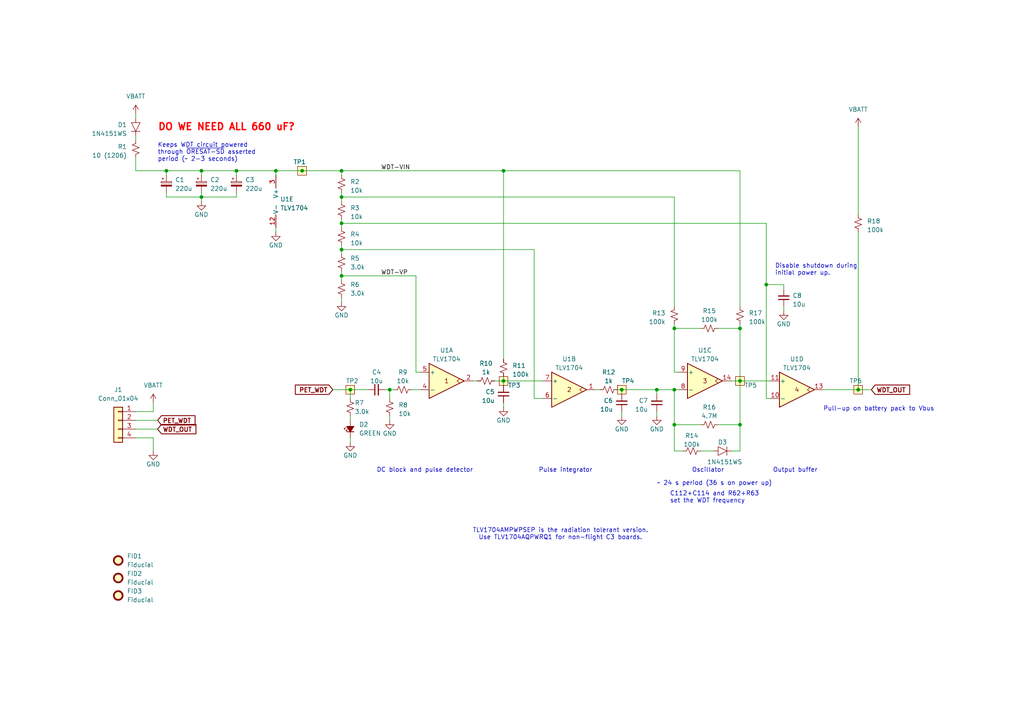
<source format=kicad_sch>
(kicad_sch (version 20231120) (generator "eeschema") (generator_version "8.0")
  (paper "A4")
  (lib_symbols
    (symbol "Connector_Generic:Conn_01x04" (pin_names (offset 1.016) hide)
      (property "Reference" "J" (at 0 5.08 0))
      (property "Value" "Conn_01x04" (at 0 -7.62 0))
      (symbol "Conn_01x04_1_1"
        (rectangle (start -1.27 -4.953) (end 0 -5.207) (stroke (width 0.1524)))
        (rectangle (start -1.27 -2.413) (end 0 -2.667) (stroke (width 0.1524)))
        (rectangle (start -1.27 0.127) (end 0 -0.127) (stroke (width 0.1524)))
        (rectangle (start -1.27 2.667) (end 0 2.413) (stroke (width 0.1524)))
        (rectangle (start -1.27 3.81) (end 1.27 -6.35) (stroke (width 0.254)) (fill (type background)))
        (pin passive line (at -5.08 2.54 0) (length 3.81) (name "Pin_1") (number "1"))
        (pin passive line (at -5.08 0 0) (length 3.81) (name "Pin_2") (number "2"))
        (pin passive line (at -5.08 -2.54 0) (length 3.81) (name "Pin_3") (number "3"))
        (pin passive line (at -5.08 -5.08 0) (length 3.81) (name "Pin_4") (number "4"))
      )
    )
    (symbol "Device:C_Polarized_Small" (pin_numbers hide) (pin_names (offset 0.254) hide)
      (property "Reference" "C" (at 0.254 1.778 0))
      (property "Value" "C_Polarized_Small" (at 0.254 -2.032 0))
      (symbol "C_Polarized_Small_0_1"
        (rectangle (start -1.524 -0.3048) (end 1.524 -0.6858) (fill (type outline)))
        (rectangle (start -1.524 0.6858) (end 1.524 0.3048))
        (polyline (pts (xy -1.27 1.524) (xy -0.762 1.524)))
        (polyline (pts (xy -1.016 1.27) (xy -1.016 1.778)))
      )
      (symbol "C_Polarized_Small_1_1"
        (pin passive line (at 0 2.54 270) (length 1.8542) (name "~") (number "1"))
        (pin passive line (at 0 -2.54 90) (length 1.8542) (name "~") (number "2"))
      )
    )
    (symbol "Device:C_Small" (pin_numbers hide) (pin_names (offset 0.254) hide)
      (property "Reference" "C" (at 0.254 1.778 0))
      (property "Value" "C_Small" (at 0.254 -2.032 0))
      (symbol "C_Small_0_1"
        (polyline (pts (xy -1.524 -0.508) (xy 1.524 -0.508)) (stroke (width 0.3302)))
        (polyline (pts (xy -1.524 0.508) (xy 1.524 0.508)) (stroke (width 0.3048)))
      )
      (symbol "C_Small_1_1"
        (pin passive line (at 0 2.54 270) (length 2.032) (name "~") (number "1"))
        (pin passive line (at 0 -2.54 90) (length 2.032) (name "~") (number "2"))
      )
    )
    (symbol "Device:LED_Small_Filled" (pin_numbers hide) (pin_names (offset 0.254) hide)
      (property "Reference" "D" (at -1.27 3.175 0))
      (property "Value" "LED_Small_Filled" (at -4.445 -2.54 0))
      (symbol "LED_Small_Filled_0_1"
        (polyline (pts (xy -0.762 -1.016) (xy -0.762 1.016)) (stroke (width 0.254)))
        (polyline (pts (xy 1.016 0) (xy -0.762 0)))
        (polyline (pts (xy 0.762 -1.016) (xy -0.762 0) (xy 0.762 1.016) (xy 0.762 -1.016)) (stroke (width 0.254)) (fill (type outline)))
        (polyline (pts (xy 0 0.762) (xy -0.508 1.27) (xy -0.254 1.27) (xy -0.508 1.27) (xy -0.508 1.016)))
        (polyline (pts (xy 0.508 1.27) (xy 0 1.778) (xy 0.254 1.778) (xy 0 1.778) (xy 0 1.524)))
      )
      (symbol "LED_Small_Filled_1_1"
        (pin passive line (at -2.54 0 0) (length 1.778) (name "K") (number "1"))
        (pin passive line (at 2.54 0 180) (length 1.778) (name "A") (number "2"))
      )
    )
    (symbol "Device:R_Small_US" (pin_numbers hide) (pin_names (offset 0.254) hide)
      (property "Reference" "R" (at 0.762 0.508 0))
      (property "Value" "R_Small_US" (at 0.762 -1.016 0))
      (symbol "R_Small_US_1_1"
        (polyline (pts (xy 0 0) (xy 1.016 -0.381) (xy 0 -0.762) (xy -1.016 -1.143) (xy 0 -1.524)))
        (polyline (pts (xy 0 1.524) (xy 1.016 1.143) (xy 0 0.762) (xy -1.016 0.381) (xy 0 0)))
        (pin passive line (at 0 2.54 270) (length 1.016) (name "~") (number "1"))
        (pin passive line (at 0 -2.54 90) (length 1.016) (name "~") (number "2"))
      )
    )
    (symbol "Mechanical:Fiducial" (exclude_from_sim yes) (in_bom no)
      (property "Reference" "FID" (at 0 5.08 0))
      (property "Value" "Fiducial" (at 0 3.175 0))
      (symbol "Fiducial_0_1"
        (circle (center 0 0) (radius 1.27) (stroke (width 0.508)) (fill (type background)))
      )
    )
    (symbol "TLV1704AIPWR_1" (pin_names (offset 0.127))
      (property "Reference" "U" (at 0 5.08 0))
      (property "Value" "TLV1704AIPWR" (at 0 -5.08 0))
      (symbol "TLV1704AIPWR_1_1_1"
        (polyline (pts (xy 3.048 0) (xy 3.81 -0.635)))
        (polyline (pts (xy 3.81 0.635) (xy 3.048 0)))
        (polyline (pts (xy -5.08 5.08) (xy 5.08 0) (xy -5.08 -5.08) (xy -5.08 5.08)) (stroke (width 0.254)) (fill (type background)))
        (text "1" (at 0 0 0) (effects (font (size 1.27 1.27))))
        (pin open_collector line (at 7.62 0 180) (length 2.54) (name "~") (number "2"))
        (pin input line (at -7.62 -2.54 0) (length 2.54) (name "-") (number "4"))
        (pin input line (at -7.62 2.54 0) (length 2.54) (name "+") (number "5"))
      )
      (symbol "TLV1704AIPWR_1_2_1"
        (polyline (pts (xy 3.048 0) (xy 3.81 -0.635)))
        (polyline (pts (xy 3.81 0.635) (xy 3.048 0)))
        (polyline (pts (xy -5.08 5.08) (xy 5.08 0) (xy -5.08 -5.08) (xy -5.08 5.08)) (stroke (width 0.254)) (fill (type background)))
        (text "2" (at 0 0 0) (effects (font (size 1.27 1.27))))
        (pin open_collector line (at 7.62 0 180) (length 2.54) (name "~") (number "1"))
        (pin input line (at -7.62 -2.54 0) (length 2.54) (name "-") (number "6"))
        (pin input line (at -7.62 2.54 0) (length 2.54) (name "+") (number "7"))
      )
      (symbol "TLV1704AIPWR_1_3_1"
        (polyline (pts (xy 3.048 0) (xy 3.81 -0.635)))
        (polyline (pts (xy 3.81 0.635) (xy 3.048 0)))
        (polyline (pts (xy -5.08 5.08) (xy 5.08 0) (xy -5.08 -5.08) (xy -5.08 5.08)) (stroke (width 0.254)) (fill (type background)))
        (text "3" (at 0 0 0) (effects (font (size 1.27 1.27))))
        (pin open_collector line (at 7.62 0 180) (length 2.54) (name "~") (number "14"))
        (pin input line (at -7.62 -2.54 0) (length 2.54) (name "-") (number "8"))
        (pin input line (at -7.62 2.54 0) (length 2.54) (name "+") (number "9"))
      )
      (symbol "TLV1704AIPWR_1_4_1"
        (polyline (pts (xy 3.048 0) (xy 3.81 -0.635)))
        (polyline (pts (xy 3.81 0.635) (xy 3.048 0)))
        (polyline (pts (xy -5.08 5.08) (xy 5.08 0) (xy -5.08 -5.08) (xy -5.08 5.08)) (stroke (width 0.254)) (fill (type background)))
        (text "4" (at 0 0 0) (effects (font (size 1.27 1.27))))
        (pin input line (at -7.62 -2.54 0) (length 2.54) (name "-") (number "10"))
        (pin input line (at -7.62 2.54 0) (length 2.54) (name "+") (number "11"))
        (pin open_collector line (at 7.62 0 180) (length 2.54) (name "~") (number "13"))
      )
      (symbol "TLV1704AIPWR_1_5_1"
        (pin power_in line (at -2.54 -7.62 90) (length 3.81) (name "V-") (number "12"))
        (pin power_in line (at -2.54 7.62 270) (length 3.81) (name "V+") (number "3"))
      )
    )
    (symbol "TLV1704AIPWR_2" (pin_names (offset 0.127))
      (property "Reference" "U" (at 0 5.08 0))
      (property "Value" "TLV1704AIPWR" (at 0 -5.08 0))
      (symbol "TLV1704AIPWR_2_1_1"
        (polyline (pts (xy 3.048 0) (xy 3.81 -0.635)))
        (polyline (pts (xy 3.81 0.635) (xy 3.048 0)))
        (polyline (pts (xy -5.08 5.08) (xy 5.08 0) (xy -5.08 -5.08) (xy -5.08 5.08)) (stroke (width 0.254)) (fill (type background)))
        (text "1" (at 0 0 0) (effects (font (size 1.27 1.27))))
        (pin open_collector line (at 7.62 0 180) (length 2.54) (name "~") (number "2"))
        (pin input line (at -7.62 -2.54 0) (length 2.54) (name "-") (number "4"))
        (pin input line (at -7.62 2.54 0) (length 2.54) (name "+") (number "5"))
      )
      (symbol "TLV1704AIPWR_2_2_1"
        (polyline (pts (xy 3.048 0) (xy 3.81 -0.635)))
        (polyline (pts (xy 3.81 0.635) (xy 3.048 0)))
        (polyline (pts (xy -5.08 5.08) (xy 5.08 0) (xy -5.08 -5.08) (xy -5.08 5.08)) (stroke (width 0.254)) (fill (type background)))
        (text "2" (at 0 0 0) (effects (font (size 1.27 1.27))))
        (pin open_collector line (at 7.62 0 180) (length 2.54) (name "~") (number "1"))
        (pin input line (at -7.62 -2.54 0) (length 2.54) (name "-") (number "6"))
        (pin input line (at -7.62 2.54 0) (length 2.54) (name "+") (number "7"))
      )
      (symbol "TLV1704AIPWR_2_3_1"
        (polyline (pts (xy 3.048 0) (xy 3.81 -0.635)))
        (polyline (pts (xy 3.81 0.635) (xy 3.048 0)))
        (polyline (pts (xy -5.08 5.08) (xy 5.08 0) (xy -5.08 -5.08) (xy -5.08 5.08)) (stroke (width 0.254)) (fill (type background)))
        (text "3" (at 0 0 0) (effects (font (size 1.27 1.27))))
        (pin open_collector line (at 7.62 0 180) (length 2.54) (name "~") (number "14"))
        (pin input line (at -7.62 -2.54 0) (length 2.54) (name "-") (number "8"))
        (pin input line (at -7.62 2.54 0) (length 2.54) (name "+") (number "9"))
      )
      (symbol "TLV1704AIPWR_2_4_1"
        (polyline (pts (xy 3.048 0) (xy 3.81 -0.635)))
        (polyline (pts (xy 3.81 0.635) (xy 3.048 0)))
        (polyline (pts (xy -5.08 5.08) (xy 5.08 0) (xy -5.08 -5.08) (xy -5.08 5.08)) (stroke (width 0.254)) (fill (type background)))
        (text "4" (at 0 0 0) (effects (font (size 1.27 1.27))))
        (pin input line (at -7.62 -2.54 0) (length 2.54) (name "-") (number "10"))
        (pin input line (at -7.62 2.54 0) (length 2.54) (name "+") (number "11"))
        (pin open_collector line (at 7.62 0 180) (length 2.54) (name "~") (number "13"))
      )
      (symbol "TLV1704AIPWR_2_5_1"
        (pin power_in line (at -2.54 -7.62 90) (length 3.81) (name "V-") (number "12"))
        (pin power_in line (at -2.54 7.62 270) (length 3.81) (name "V+") (number "3"))
      )
    )
    (symbol "TLV1704AIPWR_3" (pin_names (offset 0.127))
      (property "Reference" "U" (at 0 5.08 0))
      (property "Value" "TLV1704AIPWR" (at 0 -5.08 0))
      (symbol "TLV1704AIPWR_3_1_1"
        (polyline (pts (xy 3.048 0) (xy 3.81 -0.635)))
        (polyline (pts (xy 3.81 0.635) (xy 3.048 0)))
        (polyline (pts (xy -5.08 5.08) (xy 5.08 0) (xy -5.08 -5.08) (xy -5.08 5.08)) (stroke (width 0.254)) (fill (type background)))
        (text "1" (at 0 0 0) (effects (font (size 1.27 1.27))))
        (pin open_collector line (at 7.62 0 180) (length 2.54) (name "~") (number "2"))
        (pin input line (at -7.62 -2.54 0) (length 2.54) (name "-") (number "4"))
        (pin input line (at -7.62 2.54 0) (length 2.54) (name "+") (number "5"))
      )
      (symbol "TLV1704AIPWR_3_2_1"
        (polyline (pts (xy 3.048 0) (xy 3.81 -0.635)))
        (polyline (pts (xy 3.81 0.635) (xy 3.048 0)))
        (polyline (pts (xy -5.08 5.08) (xy 5.08 0) (xy -5.08 -5.08) (xy -5.08 5.08)) (stroke (width 0.254)) (fill (type background)))
        (text "2" (at 0 0 0) (effects (font (size 1.27 1.27))))
        (pin open_collector line (at 7.62 0 180) (length 2.54) (name "~") (number "1"))
        (pin input line (at -7.62 -2.54 0) (length 2.54) (name "-") (number "6"))
        (pin input line (at -7.62 2.54 0) (length 2.54) (name "+") (number "7"))
      )
      (symbol "TLV1704AIPWR_3_3_1"
        (polyline (pts (xy 3.048 0) (xy 3.81 -0.635)))
        (polyline (pts (xy 3.81 0.635) (xy 3.048 0)))
        (polyline (pts (xy -5.08 5.08) (xy 5.08 0) (xy -5.08 -5.08) (xy -5.08 5.08)) (stroke (width 0.254)) (fill (type background)))
        (text "3" (at 0 0 0) (effects (font (size 1.27 1.27))))
        (pin open_collector line (at 7.62 0 180) (length 2.54) (name "~") (number "14"))
        (pin input line (at -7.62 -2.54 0) (length 2.54) (name "-") (number "8"))
        (pin input line (at -7.62 2.54 0) (length 2.54) (name "+") (number "9"))
      )
      (symbol "TLV1704AIPWR_3_4_1"
        (polyline (pts (xy 3.048 0) (xy 3.81 -0.635)))
        (polyline (pts (xy 3.81 0.635) (xy 3.048 0)))
        (polyline (pts (xy -5.08 5.08) (xy 5.08 0) (xy -5.08 -5.08) (xy -5.08 5.08)) (stroke (width 0.254)) (fill (type background)))
        (text "4" (at 0 0 0) (effects (font (size 1.27 1.27))))
        (pin input line (at -7.62 -2.54 0) (length 2.54) (name "-") (number "10"))
        (pin input line (at -7.62 2.54 0) (length 2.54) (name "+") (number "11"))
        (pin open_collector line (at 7.62 0 180) (length 2.54) (name "~") (number "13"))
      )
      (symbol "TLV1704AIPWR_3_5_1"
        (pin power_in line (at -2.54 -7.62 90) (length 3.81) (name "V-") (number "12"))
        (pin power_in line (at -2.54 7.62 270) (length 3.81) (name "V+") (number "3"))
      )
    )
    (symbol "TLV1704AIPWR_4" (pin_names (offset 0.127))
      (property "Reference" "U" (at 0 5.08 0))
      (property "Value" "TLV1704AIPWR" (at 0 -5.08 0))
      (symbol "TLV1704AIPWR_4_1_1"
        (polyline (pts (xy 3.048 0) (xy 3.81 -0.635)))
        (polyline (pts (xy 3.81 0.635) (xy 3.048 0)))
        (polyline (pts (xy -5.08 5.08) (xy 5.08 0) (xy -5.08 -5.08) (xy -5.08 5.08)) (stroke (width 0.254)) (fill (type background)))
        (text "1" (at 0 0 0) (effects (font (size 1.27 1.27))))
        (pin open_collector line (at 7.62 0 180) (length 2.54) (name "~") (number "2"))
        (pin input line (at -7.62 -2.54 0) (length 2.54) (name "-") (number "4"))
        (pin input line (at -7.62 2.54 0) (length 2.54) (name "+") (number "5"))
      )
      (symbol "TLV1704AIPWR_4_2_1"
        (polyline (pts (xy 3.048 0) (xy 3.81 -0.635)))
        (polyline (pts (xy 3.81 0.635) (xy 3.048 0)))
        (polyline (pts (xy -5.08 5.08) (xy 5.08 0) (xy -5.08 -5.08) (xy -5.08 5.08)) (stroke (width 0.254)) (fill (type background)))
        (text "2" (at 0 0 0) (effects (font (size 1.27 1.27))))
        (pin open_collector line (at 7.62 0 180) (length 2.54) (name "~") (number "1"))
        (pin input line (at -7.62 -2.54 0) (length 2.54) (name "-") (number "6"))
        (pin input line (at -7.62 2.54 0) (length 2.54) (name "+") (number "7"))
      )
      (symbol "TLV1704AIPWR_4_3_1"
        (polyline (pts (xy 3.048 0) (xy 3.81 -0.635)))
        (polyline (pts (xy 3.81 0.635) (xy 3.048 0)))
        (polyline (pts (xy -5.08 5.08) (xy 5.08 0) (xy -5.08 -5.08) (xy -5.08 5.08)) (stroke (width 0.254)) (fill (type background)))
        (text "3" (at 0 0 0) (effects (font (size 1.27 1.27))))
        (pin open_collector line (at 7.62 0 180) (length 2.54) (name "~") (number "14"))
        (pin input line (at -7.62 -2.54 0) (length 2.54) (name "-") (number "8"))
        (pin input line (at -7.62 2.54 0) (length 2.54) (name "+") (number "9"))
      )
      (symbol "TLV1704AIPWR_4_4_1"
        (polyline (pts (xy 3.048 0) (xy 3.81 -0.635)))
        (polyline (pts (xy 3.81 0.635) (xy 3.048 0)))
        (polyline (pts (xy -5.08 5.08) (xy 5.08 0) (xy -5.08 -5.08) (xy -5.08 5.08)) (stroke (width 0.254)) (fill (type background)))
        (text "4" (at 0 0 0) (effects (font (size 1.27 1.27))))
        (pin input line (at -7.62 -2.54 0) (length 2.54) (name "-") (number "10"))
        (pin input line (at -7.62 2.54 0) (length 2.54) (name "+") (number "11"))
        (pin open_collector line (at 7.62 0 180) (length 2.54) (name "~") (number "13"))
      )
      (symbol "TLV1704AIPWR_4_5_1"
        (pin power_in line (at -2.54 -7.62 90) (length 3.81) (name "V-") (number "12"))
        (pin power_in line (at -2.54 7.62 270) (length 3.81) (name "V+") (number "3"))
      )
    )
    (symbol "oresat-diodes:1N4151WS-HE3" (pin_numbers hide) (pin_names (offset 0) hide)
      (property "Reference" "D" (at 0 2.54 0))
      (property "Value" "1N4151WS" (at 0 -2.54 0))
      (symbol "1N4151WS-HE3_0_1"
        (polyline (pts (xy 1.27 0) (xy 1.27 1.27) (xy 1.27 -1.27) (xy 1.27 0) (xy -1.27 1.27) (xy -1.27 -1.27) (xy 1.27 0)))
      )
      (symbol "1N4151WS-HE3_1_1"
        (pin passive line (at 2.54 0 180) (length 1.27) (name "1") (number "1"))
        (pin passive line (at -2.54 0 0) (length 1.27) (name "2") (number "2"))
      )
    )
    (symbol "oresat-ics:TLV1704AIPWR" (pin_names (offset 0.127))
      (property "Reference" "U" (at 0 5.08 0))
      (property "Value" "TLV1704AIPWR" (at 0 -5.08 0))
      (symbol "TLV1704AIPWR_1_1"
        (polyline (pts (xy 3.048 0) (xy 3.81 -0.635)))
        (polyline (pts (xy 3.81 0.635) (xy 3.048 0)))
        (polyline (pts (xy -5.08 5.08) (xy 5.08 0) (xy -5.08 -5.08) (xy -5.08 5.08)) (stroke (width 0.254)) (fill (type background)))
        (text "1" (at 0 0 0) (effects (font (size 1.27 1.27))))
        (pin open_collector line (at 7.62 0 180) (length 2.54) (name "~") (number "2"))
        (pin input line (at -7.62 -2.54 0) (length 2.54) (name "-") (number "4"))
        (pin input line (at -7.62 2.54 0) (length 2.54) (name "+") (number "5"))
      )
      (symbol "TLV1704AIPWR_2_1"
        (polyline (pts (xy 3.048 0) (xy 3.81 -0.635)))
        (polyline (pts (xy 3.81 0.635) (xy 3.048 0)))
        (polyline (pts (xy -5.08 5.08) (xy 5.08 0) (xy -5.08 -5.08) (xy -5.08 5.08)) (stroke (width 0.254)) (fill (type background)))
        (text "2" (at 0 0 0) (effects (font (size 1.27 1.27))))
        (pin open_collector line (at 7.62 0 180) (length 2.54) (name "~") (number "1"))
        (pin input line (at -7.62 -2.54 0) (length 2.54) (name "-") (number "6"))
        (pin input line (at -7.62 2.54 0) (length 2.54) (name "+") (number "7"))
      )
      (symbol "TLV1704AIPWR_3_1"
        (polyline (pts (xy 3.048 0) (xy 3.81 -0.635)))
        (polyline (pts (xy 3.81 0.635) (xy 3.048 0)))
        (polyline (pts (xy -5.08 5.08) (xy 5.08 0) (xy -5.08 -5.08) (xy -5.08 5.08)) (stroke (width 0.254)) (fill (type background)))
        (text "3" (at 0 0 0) (effects (font (size 1.27 1.27))))
        (pin open_collector line (at 7.62 0 180) (length 2.54) (name "~") (number "14"))
        (pin input line (at -7.62 -2.54 0) (length 2.54) (name "-") (number "8"))
        (pin input line (at -7.62 2.54 0) (length 2.54) (name "+") (number "9"))
      )
      (symbol "TLV1704AIPWR_4_1"
        (polyline (pts (xy 3.048 0) (xy 3.81 -0.635)))
        (polyline (pts (xy 3.81 0.635) (xy 3.048 0)))
        (polyline (pts (xy -5.08 5.08) (xy 5.08 0) (xy -5.08 -5.08) (xy -5.08 5.08)) (stroke (width 0.254)) (fill (type background)))
        (text "4" (at 0 0 0) (effects (font (size 1.27 1.27))))
        (pin input line (at -7.62 -2.54 0) (length 2.54) (name "-") (number "10"))
        (pin input line (at -7.62 2.54 0) (length 2.54) (name "+") (number "11"))
        (pin open_collector line (at 7.62 0 180) (length 2.54) (name "~") (number "13"))
      )
      (symbol "TLV1704AIPWR_5_1"
        (pin power_in line (at -2.54 -7.62 90) (length 3.81) (name "V-") (number "12"))
        (pin power_in line (at -2.54 7.62 270) (length 3.81) (name "V+") (number "3"))
      )
    )
    (symbol "oresat-misc:Test-Point-0.75mm-th" (exclude_from_sim yes) (in_bom no)
      (property "Reference" "TP" (at 0 2.54 0))
      (symbol "Test-Point-0.75mm-th_1_0"
        (pin passive line (at 0 0 0) (length 0) (name "1") (number "1"))
      )
      (symbol "Test-Point-0.75mm-th_1_1"
        (rectangle (start -1.27 1.27) (end 1.27 -1.27) (fill (type background)))
      )
    )
    (symbol "power:GND" (power) (pin_numbers hide) (pin_names (offset 0) hide)
      (property "Value" "GND" (at 0 -3.81 0))
      (symbol "GND_0_1"
        (polyline (pts (xy 0 0) (xy 0 -1.27) (xy 1.27 -1.27) (xy 0 -2.54) (xy -1.27 -1.27) (xy 0 -1.27)))
      )
      (symbol "GND_1_1"
        (pin power_in line (at 0 0 270) (length 0) (name "~") (number "1"))
      )
    )
    (symbol "power:VBUS" (power) (pin_numbers hide) (pin_names (offset 0) hide)
      (property "Value" "VBUS" (at 0 3.556 0))
      (symbol "VBUS_0_1"
        (polyline (pts (xy -0.762 1.27) (xy 0 2.54)))
        (polyline (pts (xy 0 0) (xy 0 2.54)))
        (polyline (pts (xy 0 2.54) (xy 0.762 1.27)))
      )
      (symbol "VBUS_1_1"
        (pin power_in line (at 0 0 90) (length 0) (name "~") (number "1"))
      )
    )
  )
  (junction (at 248.92 113.03))
  (junction (at 99.06 80.01))
  (junction (at 195.58 95.25))
  (junction (at 58.42 49.53))
  (junction (at 101.6 113.03))
  (junction (at 99.06 64.77))
  (junction (at 146.05 49.53))
  (junction (at 146.05 110.49))
  (junction (at 48.26 49.53))
  (junction (at 195.58 123.19))
  (junction (at 214.63 110.49))
  (junction (at 68.58 49.53))
  (junction (at 190.5 113.03))
  (junction (at 99.06 72.39))
  (junction (at 180.34 113.03))
  (junction (at 58.42 57.15))
  (junction (at 80.01 49.53))
  (junction (at 195.58 113.03))
  (junction (at 222.25 82.55))
  (junction (at 113.03 113.03))
  (junction (at 99.06 49.53))
  (junction (at 214.63 95.25))
  (junction (at 214.63 123.19))
  (junction (at 99.06 57.15))
  (junction (at 87.63 49.53))
  (wire (pts (xy 248.92 67.31) (xy 248.92 113.03)))
  (wire (pts (xy 99.06 64.77) (xy 99.06 66.04)))
  (wire (pts (xy 248.92 36.83) (xy 248.92 62.23)))
  (wire (pts (xy 172.72 113.03) (xy 173.99 113.03)))
  (wire (pts (xy 180.34 113.03) (xy 190.5 113.03)))
  (wire (pts (xy 101.6 128.27) (xy 101.6 127)))
  (wire (pts (xy 39.37 45.72) (xy 39.37 49.53)))
  (wire (pts (xy 222.25 82.55) (xy 227.33 82.55)))
  (wire (pts (xy 68.58 55.88) (xy 68.58 57.15)))
  (wire (pts (xy 99.06 86.36) (xy 99.06 87.63)))
  (wire (pts (xy 99.06 63.5) (xy 99.06 64.77)))
  (wire (pts (xy 99.06 57.15) (xy 195.58 57.15)))
  (wire (pts (xy 180.34 113.03) (xy 180.34 114.3)))
  (wire (pts (xy 39.37 49.53) (xy 48.26 49.53)))
  (wire (pts (xy 113.03 113.03) (xy 114.3 113.03)))
  (wire (pts (xy 212.09 130.81) (xy 214.63 130.81)))
  (wire (pts (xy 146.05 110.49) (xy 146.05 109.22)))
  (wire (pts (xy 195.58 130.81) (xy 195.58 123.19)))
  (wire (pts (xy 87.63 49.53) (xy 99.06 49.53)))
  (wire (pts (xy 196.85 107.95) (xy 195.58 107.95)))
  (wire (pts (xy 58.42 57.15) (xy 68.58 57.15)))
  (wire (pts (xy 222.25 64.77) (xy 222.25 82.55)))
  (wire (pts (xy 180.34 120.65) (xy 180.34 119.38)))
  (wire (pts (xy 44.45 119.38) (xy 39.37 119.38)))
  (wire (pts (xy 101.6 115.57) (xy 101.6 113.03)))
  (wire (pts (xy 146.05 49.53) (xy 214.63 49.53)))
  (wire (pts (xy 214.63 93.98) (xy 214.63 95.25)))
  (wire (pts (xy 48.26 55.88) (xy 48.26 57.15)))
  (wire (pts (xy 45.72 124.46) (xy 39.37 124.46)))
  (wire (pts (xy 96.52 113.03) (xy 101.6 113.03)))
  (wire (pts (xy 146.05 110.49) (xy 157.48 110.49)))
  (wire (pts (xy 99.06 80.01) (xy 120.65 80.01)))
  (wire (pts (xy 195.58 130.81) (xy 198.12 130.81)))
  (wire (pts (xy 113.03 120.65) (xy 113.03 121.92)))
  (wire (pts (xy 44.45 127) (xy 39.37 127)))
  (wire (pts (xy 208.28 123.19) (xy 214.63 123.19)))
  (wire (pts (xy 39.37 39.37) (xy 39.37 40.64)))
  (wire (pts (xy 120.65 107.95) (xy 121.92 107.95)))
  (wire (pts (xy 146.05 49.53) (xy 146.05 104.14)))
  (wire (pts (xy 99.06 64.77) (xy 222.25 64.77)))
  (wire (pts (xy 68.58 50.8) (xy 68.58 49.53)))
  (wire (pts (xy 80.01 49.53) (xy 87.63 49.53)))
  (wire (pts (xy 146.05 118.11) (xy 146.05 116.84)))
  (wire (pts (xy 195.58 95.25) (xy 203.2 95.25)))
  (wire (pts (xy 179.07 113.03) (xy 180.34 113.03)))
  (wire (pts (xy 119.38 113.03) (xy 121.92 113.03)))
  (wire (pts (xy 99.06 55.88) (xy 99.06 57.15)))
  (wire (pts (xy 190.5 114.3) (xy 190.5 113.03)))
  (wire (pts (xy 154.94 115.57) (xy 157.48 115.57)))
  (wire (pts (xy 146.05 49.53) (xy 99.06 49.53)))
  (wire (pts (xy 58.42 57.15) (xy 58.42 58.42)))
  (wire (pts (xy 248.92 113.03) (xy 252.73 113.03)))
  (wire (pts (xy 111.76 113.03) (xy 113.03 113.03)))
  (wire (pts (xy 99.06 72.39) (xy 154.94 72.39)))
  (wire (pts (xy 80.01 67.31) (xy 80.01 66.04)))
  (wire (pts (xy 44.45 116.84) (xy 44.45 119.38)))
  (wire (pts (xy 214.63 123.19) (xy 214.63 110.49)))
  (wire (pts (xy 80.01 50.8) (xy 80.01 49.53)))
  (wire (pts (xy 39.37 33.02) (xy 39.37 34.29)))
  (wire (pts (xy 99.06 72.39) (xy 99.06 73.66)))
  (wire (pts (xy 203.2 123.19) (xy 195.58 123.19)))
  (wire (pts (xy 58.42 49.53) (xy 68.58 49.53)))
  (wire (pts (xy 101.6 120.65) (xy 101.6 121.92)))
  (wire (pts (xy 227.33 83.82) (xy 227.33 82.55)))
  (wire (pts (xy 120.65 80.01) (xy 120.65 107.95)))
  (wire (pts (xy 195.58 107.95) (xy 195.58 95.25)))
  (wire (pts (xy 99.06 50.8) (xy 99.06 49.53)))
  (wire (pts (xy 154.94 72.39) (xy 154.94 115.57)))
  (wire (pts (xy 214.63 95.25) (xy 214.63 110.49)))
  (wire (pts (xy 45.72 121.92) (xy 39.37 121.92)))
  (wire (pts (xy 99.06 57.15) (xy 99.06 58.42)))
  (wire (pts (xy 195.58 93.98) (xy 195.58 95.25)))
  (wire (pts (xy 146.05 110.49) (xy 146.05 111.76)))
  (wire (pts (xy 227.33 90.17) (xy 227.33 88.9)))
  (wire (pts (xy 190.5 120.65) (xy 190.5 119.38)))
  (wire (pts (xy 195.58 123.19) (xy 195.58 113.03)))
  (wire (pts (xy 222.25 82.55) (xy 222.25 115.57)))
  (wire (pts (xy 214.63 110.49) (xy 223.52 110.49)))
  (wire (pts (xy 238.76 113.03) (xy 248.92 113.03)))
  (wire (pts (xy 195.58 88.9) (xy 195.58 57.15)))
  (wire (pts (xy 48.26 49.53) (xy 48.26 50.8)))
  (wire (pts (xy 137.16 110.49) (xy 138.43 110.49)))
  (wire (pts (xy 143.51 110.49) (xy 146.05 110.49)))
  (wire (pts (xy 222.25 115.57) (xy 223.52 115.57)))
  (wire (pts (xy 99.06 78.74) (xy 99.06 80.01)))
  (wire (pts (xy 48.26 49.53) (xy 58.42 49.53)))
  (wire (pts (xy 208.28 95.25) (xy 214.63 95.25)))
  (wire (pts (xy 101.6 113.03) (xy 106.68 113.03)))
  (wire (pts (xy 212.09 110.49) (xy 214.63 110.49)))
  (wire (pts (xy 214.63 130.81) (xy 214.63 123.19)))
  (wire (pts (xy 190.5 113.03) (xy 195.58 113.03)))
  (wire (pts (xy 214.63 88.9) (xy 214.63 49.53)))
  (wire (pts (xy 58.42 49.53) (xy 58.42 50.8)))
  (wire (pts (xy 99.06 71.12) (xy 99.06 72.39)))
  (wire (pts (xy 99.06 80.01) (xy 99.06 81.28)))
  (wire (pts (xy 44.45 130.81) (xy 44.45 127)))
  (wire (pts (xy 68.58 49.53) (xy 80.01 49.53)))
  (wire (pts (xy 113.03 113.03) (xy 113.03 115.57)))
  (wire (pts (xy 203.2 130.81) (xy 207.01 130.81)))
  (wire (pts (xy 195.58 113.03) (xy 196.85 113.03)))
  (wire (pts (xy 58.42 55.88) (xy 58.42 57.15)))
  (wire (pts (xy 58.42 57.15) (xy 48.26 57.15)))
  (text "Pulse integrator" (at 156.21 137.16 0) (effects (font (size 1.27 1.27)) (justify left bottom)))
  (text "Output buffer" (at 224.155 137.16 0) (effects (font (size 1.27 1.27)) (justify left bottom)))
  (text "Oscillator" (at 200.66 137.16 0) (effects (font (size 1.27 1.27)) (justify left bottom)))
  (text "C112+C114 and R62+R63 \nset the WDT frequency" (at 194.31 146.05 0) (effects (font (size 1.27 1.27)) (justify left bottom)))
  (text "TLV1704AMPWPSEP is the radiation tolerant version.\nUse TLV1704AQPWRQ1 for non-flight C3 boards." (at 162.56 154.94 0) (effects (font (size 1.27 1.27))))
  (text "Pull-up on battery pack to Vbus" (at 238.76 119.38 0) (effects (font (size 1.27 1.27)) (justify left bottom)))
  (text "DO WE NEED ALL 660 uF?" (at 45.72 38.1 0) (effects (font (size 2 2) (thickness 0.4) (bold yes)) (justify left bottom)))
  (text "DC block and pulse detector" (at 109.22 137.16 0) (effects (font (size 1.27 1.27)) (justify left bottom)))
  (text "Disable shutdown during\ninitial power up." (at 224.79 80.01 0) (effects (font (size 1.27 1.27)) (justify left bottom)))
  (text "Keeps WDT circuit powered\nthrough ~{ORESAT-SD} asserted\nperiod (~ 2-3 seconds)" (at 45.72 46.99 0) (effects (font (size 1.27 1.27)) (justify left bottom)))
  (text "~ 24 s period (36 s on power up)" (at 190.5 140.97 0) (effects (font (size 1.27 1.27)) (justify left bottom)))
  (label "WDT-VP" (at 110.49 80.01 0))
  (label "WDT-VIN" (at 110.49 49.53 0))
  (global_label "PET_WDT" (shape input) (at 96.52 113.03 180) (effects (font (thickness 0.254) (bold yes))) (property "Intersheetrefs" "${INTERSHEET_REFS}" (effects (hide yes))))
  (global_label "PET_WDT" (shape input) (at 45.72 121.92 0) (effects (font (thickness 0.254) (bold yes))) (property "Intersheetrefs" "${INTERSHEET_REFS}" (effects (hide yes))))
  (global_label "WDT_OUT" (shape input) (at 45.72 124.46 0) (effects (font (thickness 0.254) (bold yes))) (property "Intersheetrefs" "${INTERSHEET_REFS}" (effects (hide yes))))
  (global_label "WDT_OUT" (shape input) (at 252.73 113.03 0) (effects (font (thickness 0.254) (bold yes))) (property "Intersheetrefs" "${INTERSHEET_REFS}" (effects (hide yes))))
  (symbol (lib_id "Device:C_Polarized_Small") (at 58.42 53.34 0) (unit 1)
    (property "Reference" "C2" (at 60.96 52.1589 0) (effects (justify left)))
    (property "Value" "220u" (at 60.96 54.6989 0) (effects (justify left)))
    (property "Footprint" "Capacitor_Tantalum_SMD:CP_EIA-7361-38_AVX-V" (effects (hide yes)))
    (property "Description" "220µF Molded Tantalum Capacitors 16V 2917 (7343 Metric) 100mOhm @ 100kHz" (effects (hide yes)))
    (property "DPN" "478-12518-2-ND" (effects (hide yes)))
    (property "DST" "Digi-Key" (effects (hide yes)))
    (property "MFR" "Kyocera AVX" (effects (hide yes)))
    (property "MPN" "TCN4227M025R0100" (effects (hide yes)))
  )
  (symbol (lib_id "oresat-diodes:1N4151WS-HE3") (at 209.55 130.81 0) (unit 1)
    (property "Reference" "D3" (at 209.55 128.27 0))
    (property "Value" "1N4151WS" (at 210.185 133.985 0))
    (property "Footprint" "Diode_SMD:D_SOD-323" (effects (hide yes)))
    (property "Datasheet" "https://www.vishay.com/docs/85847/1n4151ws.pdf" (effects (hide yes)))
    (property "Description" "Diode Standard 50V 150mA Surface Mount SOD-323" (effects (hide yes)))
    (property "DPN" "112-1N4151WS-E3-08CT-ND" (effects (hide yes)))
    (property "DST" "Digi-Key" (effects (hide yes)))
    (property "MFR" "Vishay" (effects (hide yes)))
    (property "MPN" "1N4151WS-E3-08" (effects (hide yes)))
  )
  (symbol (lib_id "Device:C_Small") (at 109.22 113.03 90) (unit 1)
    (property "Reference" "C4" (at 109.2263 107.95 90))
    (property "Value" "10u" (at 109.2263 110.49 90))
    (property "Footprint" "Capacitor_SMD:C_0603_1608Metric" (effects (hide yes)))
    (property "Description" "10 µF ±10% 16V Ceramic Capacitor X5R 0603 (1608 Metric)" (effects (hide yes)))
    (property "DPN" "490-12317-1-ND" (effects (hide yes)))
    (property "DST" "Digi-Key" (effects (hide yes)))
    (property "MFR" "Murata" (effects (hide yes)))
    (property "MPN" "GRT188R61C106KE13D" (effects (hide yes)))
  )
  (symbol (lib_id "Device:R_Small_US") (at 113.03 118.11 0) (unit 1)
    (property "Reference" "R8" (at 115.57 117.475 0) (effects (justify left)))
    (property "Value" "10k" (at 115.57 120.015 0) (effects (justify left)))
    (property "Footprint" "Resistor_SMD:R_0603_1608Metric" (effects (hide yes)))
    (property "Description" "10 kOhms ±1% 0.1W, 1/10W Chip Resistor 0603 (1608 Metric) Automotive AEC-Q200 Thick Film" (effects (hide yes)))
    (property "DPN" "RMCF0603FT10K0CT-ND" (effects (hide yes)))
    (property "DST" "Digi-Key" (effects (hide yes)))
    (property "MFR" "Stackpole Electronics Inc" (effects (hide yes)))
    (property "MPN" "RMCF0603FT10K0" (effects (hide yes)))
  )
  (symbol (lib_id "Device:R_Small_US") (at 205.74 95.25 90) (unit 1)
    (property "Reference" "R15" (at 205.74 90.17 90))
    (property "Value" "100k" (at 205.74 92.71 90))
    (property "Footprint" "Resistor_SMD:R_0603_1608Metric" (effects (hide yes)))
    (property "Description" "100 kOhms ±5% 0.1W, 1/10W Chip Resistor 0603 (1608 Metric) Automotive AEC-Q200 Thick Film" (effects (hide yes)))
    (property "DPN" "RMCF0603FT100KCT-ND" (effects (hide yes)))
    (property "DST" "Digi-Key" (effects (hide yes)))
    (property "MFR" "Stackpole Electronics Inc" (effects (hide yes)))
    (property "MPN" "RMCF0603FT100K" (effects (hide yes)))
  )
  (symbol (lib_id "power:GND") (at 190.5 120.65 0) (mirror y) (unit 1)
    (property "Reference" "#PWR09" (effects (hide yes)))
    (property "Value" "GND" (at 190.5 124.46 0))
    (property "Description" "Power symbol creates a global label with name \"GND\" , ground" (effects (hide yes)))
  )
  (symbol (lib_id "oresat-ics:TLV1704AIPWR") (at 82.55 58.42 0) (unit 5)
    (property "Reference" "U1" (at 81.28 57.785 0) (effects (justify left)))
    (property "Value" "TLV1704" (at 81.28 60.325 0) (effects (justify left)))
    (property "Footprint" "Package_SO:TSSOP-14_4.4x5mm_P0.65mm" (effects (hide yes)))
    (property "Datasheet" "https://www.ti.com/lit/ds/symlink/tlv1704-sep.pdf" (effects (hide yes)))
    (property "Description" "Analog Comparators 2.2-V to 36-V, radiation tolerant microPower quad comparator in space enhanced plastic 14-TSSOP -55 to 125" (effects (hide yes)))
    (property "MFR" "Texas Instruments" (effects (hide yes)))
    (property "MPN" "TLV1704AQPWRQ1" (effects (hide yes)))
    (property "DST" "Digi-Key" (effects (hide yes)))
    (property "DPN" "296-43799-2-ND" (effects (hide yes)))
  )
  (symbol (lib_id "oresat-diodes:1N4151WS-HE3") (at 39.37 36.83 90) (mirror x) (unit 1)
    (property "Reference" "D1" (at 36.83 36.195 90) (effects (justify left)))
    (property "Value" "1N4151WS" (at 36.83 38.735 90) (effects (justify left)))
    (property "Footprint" "Diode_SMD:D_SOD-323" (effects (hide yes)))
    (property "Datasheet" "https://www.vishay.com/docs/85847/1n4151ws.pdf" (effects (hide yes)))
    (property "Description" "Diode Standard 50V 150mA Surface Mount SOD-323" (effects (hide yes)))
    (property "DPN" "112-1N4151WS-E3-08CT-ND" (effects (hide yes)))
    (property "DST" "Digi-Key" (effects (hide yes)))
    (property "MFR" "Vishay" (effects (hide yes)))
    (property "MPN" "1N4151WS-E3-08" (effects (hide yes)))
  )
  (symbol (lib_id "Device:R_Small_US") (at 205.74 123.19 270) (unit 1)
    (property "Reference" "R16" (at 205.74 118.11 90))
    (property "Value" "4.7M" (at 205.74 120.65 90))
    (property "Footprint" "Resistor_SMD:R_0603_1608Metric" (effects (hide yes)))
    (property "Description" "4.7 MOhms ±1% 0.1W, 1/10W Chip Resistor 0603 (1608 Metric) Automotive AEC-Q200 Thick Film" (effects (hide yes)))
    (property "DPN" "RMCF0603FT4M70CT-ND" (effects (hide yes)))
    (property "DST" "Digi-Key" (effects (hide yes)))
    (property "MFR" "Stackpole Electronics Inc" (effects (hide yes)))
    (property "MPN" "RMCF0603FT4M70" (effects (hide yes)))
  )
  (symbol (lib_id "power:VBUS") (at 248.92 36.83 0) (unit 1)
    (property "Reference" "#PWR013" (effects (hide yes)))
    (property "Value" "VBATT" (at 248.92 31.75 0))
    (property "Description" "Power symbol creates a global label with name \"VBUS\"" (effects (hide yes)))
  )
  (symbol (lib_id "Mechanical:Fiducial") (at 34.29 162.56 0) (unit 1) (exclude_from_sim yes) (in_bom no)
    (property "Reference" "FID1" (at 36.83 161.2899 0) (effects (justify left)))
    (property "Value" "Fiducial" (at 36.83 163.8299 0) (effects (justify left)))
    (property "Footprint" "Fiducial:Fiducial_1mm_Mask2mm" (effects (hide yes)))
    (property "Description" "Fiducial Marker" (effects (hide yes)))
  )
  (symbol (lib_id "power:GND") (at 113.03 121.92 0) (unit 1)
    (property "Reference" "#PWR06" (effects (hide yes)))
    (property "Value" "GND" (at 113.03 125.73 0))
    (property "Description" "Power symbol creates a global label with name \"GND\" , ground" (effects (hide yes)))
  )
  (symbol (lib_id "Device:C_Small") (at 180.34 116.84 0) (mirror x) (unit 1)
    (property "Reference" "C6" (at 177.8 116.1986 0) (effects (justify right)))
    (property "Value" "10u" (at 177.8 118.7386 0) (effects (justify right)))
    (property "Footprint" "Capacitor_SMD:C_0603_1608Metric" (effects (hide yes)))
    (property "Description" "10 µF ±10% 16V Ceramic Capacitor X5R 0603 (1608 Metric)" (effects (hide yes)))
    (property "DPN" "490-12317-1-ND" (effects (hide yes)))
    (property "DST" "Digi-Key" (effects (hide yes)))
    (property "MFR" "Murata" (effects (hide yes)))
    (property "MPN" "GRT188R61C106KE13D" (effects (hide yes)))
  )
  (symbol (lib_id "power:VBUS") (at 44.45 116.84 0) (unit 1)
    (property "Reference" "#PWR011" (effects (hide yes)))
    (property "Value" "VBATT" (at 44.45 111.76 0))
    (property "Description" "Power symbol creates a global label with name \"VBUS\"" (effects (hide yes)))
  )
  (symbol (lib_id "Device:R_Small_US") (at 99.06 83.82 0) (unit 1)
    (property "Reference" "R6" (at 101.6 82.55 0) (effects (justify left)))
    (property "Value" "3.0k" (at 101.6 85.09 0) (effects (justify left)))
    (property "Footprint" "Resistor_SMD:R_0603_1608Metric" (effects (hide yes)))
    (property "Description" "3 kOhms ±1% 0.1W, 1/10W Chip Resistor 0603 (1608 Metric) Automotive AEC-Q200 Thick Film" (effects (hide yes)))
    (property "DPN" "RMCF0603FT3K00CT-ND" (effects (hide yes)))
    (property "DST" "Digi-Key" (effects (hide yes)))
    (property "MFR" "Stackpole Electronics Inc" (effects (hide yes)))
    (property "MPN" "RMCF0603FT3K00" (effects (hide yes)))
  )
  (symbol (lib_id "Device:R_Small_US") (at 99.06 76.2 0) (unit 1)
    (property "Reference" "R5" (at 101.6 74.93 0) (effects (justify left)))
    (property "Value" "3.0k" (at 101.6 77.47 0) (effects (justify left)))
    (property "Footprint" "Resistor_SMD:R_0603_1608Metric" (effects (hide yes)))
    (property "Description" "3 kOhms ±1% 0.1W, 1/10W Chip Resistor 0603 (1608 Metric) Automotive AEC-Q200 Thick Film" (effects (hide yes)))
    (property "DPN" "RMCF0603FT3K00CT-ND" (effects (hide yes)))
    (property "DST" "Digi-Key" (effects (hide yes)))
    (property "MFR" "Stackpole Electronics Inc" (effects (hide yes)))
    (property "MPN" "RMCF0603FT3K00" (effects (hide yes)))
  )
  (symbol (lib_id "Device:C_Polarized_Small") (at 68.58 53.34 0) (unit 1)
    (property "Reference" "C3" (at 71.12 52.1589 0) (effects (justify left)))
    (property "Value" "220u" (at 71.12 54.6989 0) (effects (justify left)))
    (property "Footprint" "Capacitor_Tantalum_SMD:CP_EIA-7361-38_AVX-V" (effects (hide yes)))
    (property "Description" "220µF Molded Tantalum Capacitors 16V 2917 (7343 Metric) 100mOhm @ 100kHz" (effects (hide yes)))
    (property "DPN" "478-12518-2-ND" (effects (hide yes)))
    (property "DST" "Digi-Key" (effects (hide yes)))
    (property "MFR" "Kyocera AVX" (effects (hide yes)))
    (property "MPN" "TCN4227M025R0100" (effects (hide yes)))
  )
  (symbol (lib_id "power:GND") (at 101.6 128.27 0) (unit 1)
    (property "Reference" "#PWR05" (effects (hide yes)))
    (property "Value" "GND" (at 101.6 132.08 0))
    (property "Description" "Power symbol creates a global label with name \"GND\" , ground" (effects (hide yes)))
  )
  (symbol (lib_id "oresat-misc:Test-Point-0.75mm-th") (at 180.34 113.03 0) (unit 1) (exclude_from_sim yes) (in_bom no)
    (property "Reference" "TP4" (at 180.34 110.49 0) (effects (justify left)))
    (property "Value" "TestPoint-MinTH" (effects (hide yes)))
    (property "Footprint" "oresat-misc:TestPoint-0.75mm-th" (effects (hide yes)))
    (property "Description" "0.75 mm TH test point; good for scope probes and jumpers" (effects (hide yes)))
  )
  (symbol (lib_id "Connector_Generic:Conn_01x04") (at 34.29 121.92 0) (mirror y) (unit 1)
    (property "Reference" "J1" (at 34.29 113.03 0))
    (property "Value" "Conn_01x04" (at 34.29 115.57 0))
    (property "Footprint" "Connector_PinHeader_2.54mm:PinHeader_1x04_P2.54mm_Vertical" (effects (hide yes)))
    (property "Description" "Generic connector, single row, 01x04, script generated (kicad-library-utils/schlib/autogen/connector/)" (effects (hide yes)))
  )
  (symbol (lib_id "Device:R_Small_US") (at 99.06 60.96 0) (unit 1)
    (property "Reference" "R3" (at 101.6 60.325 0) (effects (justify left)))
    (property "Value" "10k" (at 101.6 62.865 0) (effects (justify left)))
    (property "Footprint" "Resistor_SMD:R_0603_1608Metric" (effects (hide yes)))
    (property "Description" "10 kOhms ±1% 0.1W, 1/10W Chip Resistor 0603 (1608 Metric) Automotive AEC-Q200 Thick Film" (effects (hide yes)))
    (property "DPN" "RMCF0603FT10K0CT-ND" (effects (hide yes)))
    (property "DST" "Digi-Key" (effects (hide yes)))
    (property "MFR" "Stackpole Electronics Inc" (effects (hide yes)))
    (property "MPN" "RMCF0603FT10K0" (effects (hide yes)))
  )
  (symbol (lib_id "power:GND") (at 146.05 118.11 0) (unit 1)
    (property "Reference" "#PWR07" (effects (hide yes)))
    (property "Value" "GND" (at 146.05 121.92 0))
    (property "Description" "Power symbol creates a global label with name \"GND\" , ground" (effects (hide yes)))
  )
  (symbol (lib_id "power:GND") (at 44.45 130.81 0) (unit 1)
    (property "Reference" "#PWR012" (effects (hide yes)))
    (property "Value" "GND" (at 44.45 134.62 0))
    (property "Description" "Power symbol creates a global label with name \"GND\" , ground" (effects (hide yes)))
  )
  (symbol (lib_id "power:VBUS") (at 39.37 33.02 0) (unit 1)
    (property "Reference" "#PWR01" (effects (hide yes)))
    (property "Value" "VBATT" (at 39.37 27.94 0))
    (property "Description" "Power symbol creates a global label with name \"VBUS\"" (effects (hide yes)))
  )
  (symbol (lib_id "Device:R_Small_US") (at 195.58 91.44 0) (mirror x) (unit 1)
    (property "Reference" "R13" (at 193.04 90.805 0) (effects (justify right)))
    (property "Value" "100k" (at 193.04 93.345 0) (effects (justify right)))
    (property "Footprint" "Resistor_SMD:R_0603_1608Metric" (effects (hide yes)))
    (property "Description" "100 kOhms ±5% 0.1W, 1/10W Chip Resistor 0603 (1608 Metric) Automotive AEC-Q200 Thick Film" (effects (hide yes)))
    (property "DPN" "RMCF0603FT100KCT-ND" (effects (hide yes)))
    (property "DST" "Digi-Key" (effects (hide yes)))
    (property "MFR" "Stackpole Electronics Inc" (effects (hide yes)))
    (property "MPN" "RMCF0603FT100K" (effects (hide yes)))
  )
  (symbol (lib_id "Device:C_Small") (at 190.5 116.84 0) (mirror x) (unit 1)
    (property "Reference" "C7" (at 187.96 116.1986 0) (effects (justify right)))
    (property "Value" "10u" (at 187.96 118.7386 0) (effects (justify right)))
    (property "Footprint" "Capacitor_SMD:C_0603_1608Metric" (effects (hide yes)))
    (property "Description" "10 µF ±10% 16V Ceramic Capacitor X5R 0603 (1608 Metric)" (effects (hide yes)))
    (property "DPN" "490-12317-1-ND" (effects (hide yes)))
    (property "DST" "Digi-Key" (effects (hide yes)))
    (property "MFR" "Murata" (effects (hide yes)))
    (property "MPN" "GRT188R61C106KE13D" (effects (hide yes)))
  )
  (symbol (lib_id "Device:R_Small_US") (at 176.53 113.03 90) (unit 1)
    (property "Reference" "R12" (at 176.53 107.95 90))
    (property "Value" "1k" (at 176.53 110.49 90))
    (property "Footprint" "Resistor_SMD:R_0603_1608Metric" (effects (hide yes)))
    (property "Description" "1 kOhms ±1% 0.1W, 1/10W Chip Resistor 0603 (1608 Metric) Automotive AEC-Q200 Thick Film" (effects (hide yes)))
    (property "DPN" "RMCF0603FT1K00CT-ND" (effects (hide yes)))
    (property "DST" "Digi-Key" (effects (hide yes)))
    (property "MFR" "Stackpole Electronics Inc" (effects (hide yes)))
    (property "MPN" "RMCF0603FT1K00" (effects (hide yes)))
  )
  (symbol (lib_id "Mechanical:Fiducial") (at 34.29 167.64 0) (unit 1) (exclude_from_sim yes) (in_bom no)
    (property "Reference" "FID2" (at 36.83 166.3699 0) (effects (justify left)))
    (property "Value" "Fiducial" (at 36.83 168.9099 0) (effects (justify left)))
    (property "Footprint" "Fiducial:Fiducial_1mm_Mask2mm" (effects (hide yes)))
    (property "Description" "Fiducial Marker" (effects (hide yes)))
  )
  (symbol (lib_name "TLV1704AIPWR_3") (lib_id "oresat-ics:TLV1704AIPWR") (at 231.14 113.03 0) (unit 4)
    (property "Reference" "U1" (at 231.14 104.14 0))
    (property "Value" "TLV1704" (at 231.14 106.68 0))
    (property "Footprint" "Package_SO:TSSOP-14_4.4x5mm_P0.65mm" (effects (hide yes)))
    (property "Datasheet" "https://www.ti.com/lit/ds/symlink/tlv1704-sep.pdf" (effects (hide yes)))
    (property "Description" "Analog Comparators 2.2-V to 36-V, radiation tolerant microPower quad comparator in space enhanced plastic 14-TSSOP -55 to 125" (effects (hide yes)))
    (property "MFR" "Texas Instruments" (effects (hide yes)))
    (property "MPN" "TLV1704AQPWRQ1" (effects (hide yes)))
    (property "DST" "Digi-Key" (effects (hide yes)))
    (property "DPN" "296-43799-2-ND" (effects (hide yes)))
  )
  (symbol (lib_id "oresat-misc:Test-Point-0.75mm-th") (at 214.63 110.49 0) (unit 1) (exclude_from_sim yes) (in_bom no)
    (property "Reference" "TP5" (at 215.9 111.76 0) (effects (justify left)))
    (property "Value" "TestPoint-MinTH" (effects (hide yes)))
    (property "Footprint" "oresat-misc:TestPoint-0.75mm-th" (effects (hide yes)))
    (property "Description" "0.75 mm TH test point; good for scope probes and jumpers" (effects (hide yes)))
  )
  (symbol (lib_id "power:GND") (at 99.06 87.63 0) (unit 1)
    (property "Reference" "#PWR04" (effects (hide yes)))
    (property "Value" "GND" (at 99.06 91.44 0))
    (property "Description" "Power symbol creates a global label with name \"GND\" , ground" (effects (hide yes)))
  )
  (symbol (lib_name "TLV1704AIPWR_1") (lib_id "oresat-ics:TLV1704AIPWR") (at 129.54 110.49 0) (unit 1)
    (property "Reference" "U1" (at 129.54 101.6 0))
    (property "Value" "TLV1704" (at 129.54 104.14 0))
    (property "Footprint" "Package_SO:TSSOP-14_4.4x5mm_P0.65mm" (effects (hide yes)))
    (property "Datasheet" "https://www.ti.com/lit/ds/symlink/tlv1704-sep.pdf" (effects (hide yes)))
    (property "Description" "Analog Comparators 2.2-V to 36-V, radiation tolerant microPower quad comparator in space enhanced plastic 14-TSSOP -55 to 125" (effects (hide yes)))
    (property "MFR" "Texas Instruments" (effects (hide yes)))
    (property "MPN" "TLV1704AQPWRQ1" (effects (hide yes)))
    (property "DST" "Digi-Key" (effects (hide yes)))
    (property "DPN" "296-43799-2-ND" (effects (hide yes)))
  )
  (symbol (lib_id "Device:C_Polarized_Small") (at 48.26 53.34 0) (unit 1)
    (property "Reference" "C1" (at 50.8 52.1589 0) (effects (justify left)))
    (property "Value" "220u" (at 50.8 54.6989 0) (effects (justify left)))
    (property "Footprint" "Capacitor_Tantalum_SMD:CP_EIA-7361-38_AVX-V" (effects (hide yes)))
    (property "Description" "220µF Molded Tantalum Capacitors 25V 2924 (7361 Metric) 100mOhm @ 100kHz" (effects (hide yes)))
    (property "DPN" "478-12518-2-ND" (effects (hide yes)))
    (property "DST" "Digi-Key" (effects (hide yes)))
    (property "MFR" "Kyocera AVX" (effects (hide yes)))
    (property "MPN" "TCN4227M025R0100" (effects (hide yes)))
  )
  (symbol (lib_id "Device:C_Small") (at 146.05 114.3 0) (mirror x) (unit 1)
    (property "Reference" "C5" (at 143.51 113.6586 0) (effects (justify right)))
    (property "Value" "10u" (at 143.51 116.1986 0) (effects (justify right)))
    (property "Footprint" "Capacitor_SMD:C_0603_1608Metric" (effects (hide yes)))
    (property "Description" "10 µF ±10% 16V Ceramic Capacitor X5R 0603 (1608 Metric)" (effects (hide yes)))
    (property "DPN" "490-12317-1-ND" (effects (hide yes)))
    (property "DST" "Digi-Key" (effects (hide yes)))
    (property "MFR" "Murata" (effects (hide yes)))
    (property "MPN" "GRT188R61C106KE13D" (effects (hide yes)))
  )
  (symbol (lib_name "TLV1704AIPWR_2") (lib_id "oresat-ics:TLV1704AIPWR") (at 204.47 110.49 0) (unit 3)
    (property "Reference" "U1" (at 204.47 101.6 0))
    (property "Value" "TLV1704" (at 204.47 104.14 0))
    (property "Footprint" "Package_SO:TSSOP-14_4.4x5mm_P0.65mm" (effects (hide yes)))
    (property "Datasheet" "https://www.ti.com/lit/ds/symlink/tlv1704-sep.pdf" (effects (hide yes)))
    (property "Description" "Analog Comparators 2.2-V to 36-V, radiation tolerant microPower quad comparator in space enhanced plastic 14-TSSOP -55 to 125" (effects (hide yes)))
    (property "MFR" "Texas Instruments" (effects (hide yes)))
    (property "MPN" "TLV1704AQPWRQ1" (effects (hide yes)))
    (property "DST" "Digi-Key" (effects (hide yes)))
    (property "DPN" "296-43799-2-ND" (effects (hide yes)))
  )
  (symbol (lib_id "oresat-misc:Test-Point-0.75mm-th") (at 87.63 49.53 0) (unit 1) (exclude_from_sim yes) (in_bom no)
    (property "Reference" "TP1" (at 85.09 46.99 0) (effects (justify left)))
    (property "Value" "TestPoint-MinTH" (effects (hide yes)))
    (property "Footprint" "oresat-misc:TestPoint-0.75mm-th" (effects (hide yes)))
    (property "Description" "0.75 mm TH test point; good for scope probes and jumpers" (effects (hide yes)))
  )
  (symbol (lib_id "Device:R_Small_US") (at 146.05 106.68 0) (unit 1)
    (property "Reference" "R11" (at 148.59 106.045 0) (effects (justify left)))
    (property "Value" "100k" (at 148.59 108.585 0) (effects (justify left)))
    (property "Footprint" "Resistor_SMD:R_0603_1608Metric" (effects (hide yes)))
    (property "Description" "100 kOhms ±5% 0.1W, 1/10W Chip Resistor 0603 (1608 Metric) Automotive AEC-Q200 Thick Film" (effects (hide yes)))
    (property "DPN" "RMCF0603FT100KCT-ND" (effects (hide yes)))
    (property "DST" "Digi-Key" (effects (hide yes)))
    (property "MFR" "Stackpole Electronics Inc" (effects (hide yes)))
    (property "MPN" "RMCF0603FT100K" (effects (hide yes)))
  )
  (symbol (lib_id "Device:C_Small") (at 227.33 86.36 180) (unit 1)
    (property "Reference" "C8" (at 229.87 85.7186 0) (effects (justify right)))
    (property "Value" "10u" (at 229.87 88.2586 0) (effects (justify right)))
    (property "Footprint" "Capacitor_SMD:C_0603_1608Metric" (effects (hide yes)))
    (property "Description" "10 µF ±10% 16V Ceramic Capacitor X5R 0603 (1608 Metric)" (effects (hide yes)))
    (property "DPN" "490-12317-1-ND" (effects (hide yes)))
    (property "DST" "Digi-Key" (effects (hide yes)))
    (property "MFR" "Murata" (effects (hide yes)))
    (property "MPN" "GRT188R61C106KE13D" (effects (hide yes)))
  )
  (symbol (lib_id "Device:R_Small_US") (at 140.97 110.49 90) (unit 1)
    (property "Reference" "R10" (at 140.97 105.41 90))
    (property "Value" "1k" (at 140.97 107.95 90))
    (property "Footprint" "Resistor_SMD:R_0603_1608Metric" (effects (hide yes)))
    (property "Description" "1 kOhms ±1% 0.1W, 1/10W Chip Resistor 0603 (1608 Metric) Automotive AEC-Q200 Thick Film" (effects (hide yes)))
    (property "DPN" "RMCF0603FT1K00CT-ND" (effects (hide yes)))
    (property "DST" "Digi-Key" (effects (hide yes)))
    (property "MFR" "Stackpole Electronics Inc" (effects (hide yes)))
    (property "MPN" "RMCF0603FT1K00" (effects (hide yes)))
  )
  (symbol (lib_id "Device:R_Small_US") (at 116.84 113.03 90) (unit 1)
    (property "Reference" "R9" (at 116.84 107.95 90))
    (property "Value" "10k" (at 116.84 110.49 90))
    (property "Footprint" "Resistor_SMD:R_0603_1608Metric" (effects (hide yes)))
    (property "Description" "10 kOhms ±1% 0.1W, 1/10W Chip Resistor 0603 (1608 Metric) Automotive AEC-Q200 Thick Film" (effects (hide yes)))
    (property "DPN" "RMCF0603FT10K0CT-ND" (effects (hide yes)))
    (property "DST" "Digi-Key" (effects (hide yes)))
    (property "MFR" "Stackpole Electronics Inc" (effects (hide yes)))
    (property "MPN" "RMCF0603FT10K0" (effects (hide yes)))
  )
  (symbol (lib_id "power:GND") (at 80.01 67.31 0) (mirror y) (unit 1)
    (property "Reference" "#PWR03" (effects (hide yes)))
    (property "Value" "GND" (at 80.01 71.12 0))
    (property "Description" "Power symbol creates a global label with name \"GND\" , ground" (effects (hide yes)))
  )
  (symbol (lib_id "power:GND") (at 58.42 58.42 0) (unit 1)
    (property "Reference" "#PWR02" (effects (hide yes)))
    (property "Value" "GND" (at 58.42 62.23 0))
    (property "Description" "Power symbol creates a global label with name \"GND\" , ground" (effects (hide yes)))
  )
  (symbol (lib_id "Mechanical:Fiducial") (at 34.29 172.72 0) (unit 1) (exclude_from_sim yes) (in_bom no)
    (property "Reference" "FID3" (at 36.83 171.4499 0) (effects (justify left)))
    (property "Value" "Fiducial" (at 36.83 173.9899 0) (effects (justify left)))
    (property "Footprint" "Fiducial:Fiducial_1mm_Mask2mm" (effects (hide yes)))
    (property "Description" "Fiducial Marker" (effects (hide yes)))
  )
  (symbol (lib_id "power:GND") (at 180.34 120.65 0) (mirror y) (unit 1)
    (property "Reference" "#PWR08" (effects (hide yes)))
    (property "Value" "GND" (at 180.34 124.46 0))
    (property "Description" "Power symbol creates a global label with name \"GND\" , ground" (effects (hide yes)))
  )
  (symbol (lib_id "Device:R_Small_US") (at 200.66 130.81 270) (unit 1)
    (property "Reference" "R14" (at 200.66 126.365 90))
    (property "Value" "100k" (at 200.66 128.905 90))
    (property "Footprint" "Resistor_SMD:R_0603_1608Metric" (effects (hide yes)))
    (property "Description" "100 kOhms ±5% 0.1W, 1/10W Chip Resistor 0603 (1608 Metric) Automotive AEC-Q200 Thick Film" (effects (hide yes)))
    (property "DPN" "RMCF0603FT100KCT-ND" (effects (hide yes)))
    (property "DST" "Digi-Key" (effects (hide yes)))
    (property "MFR" "Stackpole Electronics Inc" (effects (hide yes)))
    (property "MPN" "RMCF0603FT100K" (effects (hide yes)))
  )
  (symbol (lib_id "Device:R_Small_US") (at 99.06 68.58 0) (unit 1)
    (property "Reference" "R4" (at 101.6 67.945 0) (effects (justify left)))
    (property "Value" "10k" (at 101.6 70.485 0) (effects (justify left)))
    (property "Footprint" "Resistor_SMD:R_0603_1608Metric" (effects (hide yes)))
    (property "Description" "10 kOhms ±1% 0.1W, 1/10W Chip Resistor 0603 (1608 Metric) Automotive AEC-Q200 Thick Film" (effects (hide yes)))
    (property "DPN" "RMCF0603FT10K0CT-ND" (effects (hide yes)))
    (property "DST" "Digi-Key" (effects (hide yes)))
    (property "MFR" "Stackpole Electronics Inc" (effects (hide yes)))
    (property "MPN" "RMCF0603FT10K0" (effects (hide yes)))
  )
  (symbol (lib_name "TLV1704AIPWR_4") (lib_id "oresat-ics:TLV1704AIPWR") (at 165.1 113.03 0) (unit 2)
    (property "Reference" "U1" (at 165.1 104.14 0))
    (property "Value" "TLV1704" (at 165.1 106.68 0))
    (property "Footprint" "Package_SO:TSSOP-14_4.4x5mm_P0.65mm" (effects (hide yes)))
    (property "Datasheet" "https://www.ti.com/lit/ds/symlink/tlv1704-sep.pdf" (effects (hide yes)))
    (property "Description" "Analog Comparators 2.2-V to 36-V, radiation tolerant microPower quad comparator in space enhanced plastic 14-TSSOP -55 to 125" (effects (hide yes)))
    (property "MFR" "Texas Instruments" (effects (hide yes)))
    (property "MPN" "TLV1704AQPWRQ1" (effects (hide yes)))
    (property "DST" "Digi-Key" (effects (hide yes)))
    (property "DPN" "296-43799-2-ND" (effects (hide yes)))
  )
  (symbol (lib_id "oresat-misc:Test-Point-0.75mm-th") (at 146.05 110.49 0) (unit 1) (exclude_from_sim yes) (in_bom no)
    (property "Reference" "TP3" (at 147.32 111.76 0) (effects (justify left)))
    (property "Value" "TestPoint-MinTH" (effects (hide yes)))
    (property "Footprint" "oresat-misc:TestPoint-0.75mm-th" (effects (hide yes)))
    (property "Description" "0.75 mm TH test point; good for scope probes and jumpers" (effects (hide yes)))
  )
  (symbol (lib_id "Device:R_Small_US") (at 101.6 118.11 0) (unit 1)
    (property "Reference" "R7" (at 102.87 116.84 0) (effects (justify left)))
    (property "Value" "3.0k" (at 102.87 119.38 0) (effects (justify left)))
    (property "Footprint" "Resistor_SMD:R_0603_1608Metric" (effects (hide yes)))
    (property "Description" "3 kOhms ±1% 0.1W, 1/10W Chip Resistor 0603 (1608 Metric) Automotive AEC-Q200 Thick Film" (effects (hide yes)))
    (property "DPN" "RMCF0603FT3K00CT-ND" (effects (hide yes)))
    (property "DST" "Digi-Key" (effects (hide yes)))
    (property "MFR" "Stackpole Electronics Inc" (effects (hide yes)))
    (property "MPN" "RMCF0603FT3K00" (effects (hide yes)))
  )
  (symbol (lib_id "oresat-misc:Test-Point-0.75mm-th") (at 248.92 113.03 0) (unit 1) (exclude_from_sim yes) (in_bom no)
    (property "Reference" "TP6" (at 246.38 110.49 0) (effects (justify left)))
    (property "Value" "TestPoint-MinTH" (effects (hide yes)))
    (property "Footprint" "oresat-misc:TestPoint-0.75mm-th" (effects (hide yes)))
    (property "Description" "0.75 mm TH test point; good for scope probes and jumpers" (effects (hide yes)))
  )
  (symbol (lib_id "power:GND") (at 227.33 90.17 0) (mirror y) (unit 1)
    (property "Reference" "#PWR010" (effects (hide yes)))
    (property "Value" "GND" (at 227.33 93.98 0))
    (property "Description" "Power symbol creates a global label with name \"GND\" , ground" (effects (hide yes)))
  )
  (symbol (lib_id "Device:R_Small_US") (at 248.92 64.77 180) (unit 1)
    (property "Reference" "R18" (at 251.46 64.135 0) (effects (justify right)))
    (property "Value" "100k" (at 251.46 66.675 0) (effects (justify right)))
    (property "Footprint" "Resistor_SMD:R_0603_1608Metric" (effects (hide yes)))
    (property "Description" "100 kOhms ±5% 0.1W, 1/10W Chip Resistor 0603 (1608 Metric) Automotive AEC-Q200 Thick Film" (effects (hide yes)))
    (property "DPN" "RMCF0603FT100KCT-ND" (effects (hide yes)))
    (property "DST" "Digi-Key" (effects (hide yes)))
    (property "MFR" "Stackpole Electronics Inc" (effects (hide yes)))
    (property "MPN" "RMCF0603FT100K" (effects (hide yes)))
  )
  (symbol (lib_id "oresat-misc:Test-Point-0.75mm-th") (at 101.6 113.03 0) (unit 1) (exclude_from_sim yes) (in_bom no)
    (property "Reference" "TP2" (at 100.33 110.49 0) (effects (justify left)))
    (property "Value" "TestPoint-MinTH" (effects (hide yes)))
    (property "Footprint" "oresat-misc:TestPoint-0.75mm-th" (effects (hide yes)))
    (property "Description" "0.75 mm TH test point; good for scope probes and jumpers" (effects (hide yes)))
  )
  (symbol (lib_id "Device:LED_Small_Filled") (at 101.6 124.46 90) (unit 1)
    (property "Reference" "D2" (at 104.14 123.1265 90) (effects (justify right)))
    (property "Value" "GREEN" (at 104.14 125.6665 90) (effects (justify right)))
    (property "Footprint" "LED_SMD:LED_0603_1608Metric" (effects (hide yes)))
    (property "Description" "Green 520nm LED Indication - Discrete 3.2V 0603 (1608 Metric) - 430 mcd @ 20 mA" (effects (hide yes)))
    (property "DPN" "732-4971-1-ND" (effects (hide yes)))
    (property "DST" "Digi-Key" (effects (hide yes)))
    (property "MFR" "Wurth" (effects (hide yes)))
    (property "MPN" "150060GS75000" (effects (hide yes)))
  )
  (symbol (lib_id "Device:R_Small_US") (at 39.37 43.18 0) (mirror y) (unit 1)
    (property "Reference" "R1" (at 36.83 42.545 0) (effects (justify left)))
    (property "Value" "10 (1206)" (at 36.83 45.085 0) (effects (justify left)))
    (property "Footprint" "Resistor_SMD:R_1206_3216Metric" (effects (hide yes)))
    (property "Description" "10 Ohms ±1% 0.5W, 1/2W Chip Resistor 1206 (3216 Metric) Automotive AEC-Q200, Pulse Withstanding Thick Film" (effects (hide yes)))
    (property "DPN" "RHM10.0AFCT-ND" (effects (hide yes)))
    (property "DST" "Digi-Key" (effects (hide yes)))
    (property "MFR" "Rohm Semiconductor" (effects (hide yes)))
    (property "MPN" "ESR18EZPF10R0" (effects (hide yes)))
  )
  (symbol (lib_id "Device:R_Small_US") (at 99.06 53.34 0) (unit 1)
    (property "Reference" "R2" (at 101.6 52.705 0) (effects (justify left)))
    (property "Value" "10k" (at 101.6 55.245 0) (effects (justify left)))
    (property "Footprint" "Resistor_SMD:R_0603_1608Metric" (effects (hide yes)))
    (property "Description" "10 kOhms ±1% 0.1W, 1/10W Chip Resistor 0603 (1608 Metric) Automotive AEC-Q200 Thick Film" (effects (hide yes)))
    (property "DPN" "RMCF0603FT10K0CT-ND" (effects (hide yes)))
    (property "DST" "Digi-Key" (effects (hide yes)))
    (property "MFR" "Stackpole Electronics Inc" (effects (hide yes)))
    (property "MPN" "RMCF0603FT10K0" (effects (hide yes)))
  )
  (symbol (lib_id "Device:R_Small_US") (at 214.63 91.44 180) (unit 1)
    (property "Reference" "R17" (at 217.17 90.805 0) (effects (justify right)))
    (property "Value" "100k" (at 217.17 93.345 0) (effects (justify right)))
    (property "Footprint" "Resistor_SMD:R_0603_1608Metric" (effects (hide yes)))
    (property "Description" "100 kOhms ±5% 0.1W, 1/10W Chip Resistor 0603 (1608 Metric) Automotive AEC-Q200 Thick Film" (effects (hide yes)))
    (property "DPN" "RMCF0603FT100KCT-ND" (effects (hide yes)))
    (property "DST" "Digi-Key" (effects (hide yes)))
    (property "MFR" "Stackpole Electronics Inc" (effects (hide yes)))
    (property "MPN" "RMCF0603FT100K" (effects (hide yes)))
  )
)
</source>
